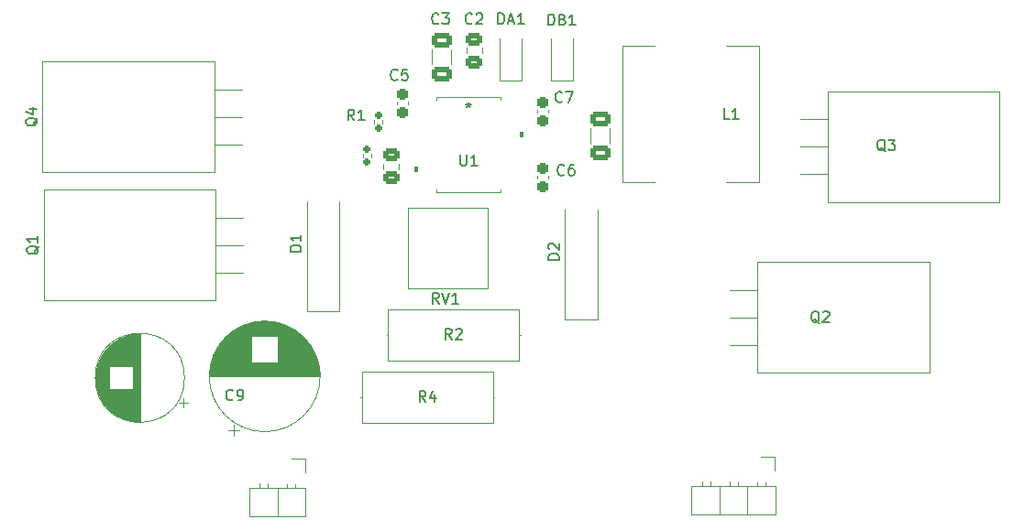
<source format=gto>
G04 #@! TF.GenerationSoftware,KiCad,Pcbnew,(6.0.1)*
G04 #@! TF.CreationDate,2022-04-24T16:28:33-07:00*
G04 #@! TF.ProjectId,StereoPS,53746572-656f-4505-932e-6b696361645f,rev?*
G04 #@! TF.SameCoordinates,Original*
G04 #@! TF.FileFunction,Legend,Top*
G04 #@! TF.FilePolarity,Positive*
%FSLAX46Y46*%
G04 Gerber Fmt 4.6, Leading zero omitted, Abs format (unit mm)*
G04 Created by KiCad (PCBNEW (6.0.1)) date 2022-04-24 16:28:33*
%MOMM*%
%LPD*%
G01*
G04 APERTURE LIST*
G04 Aperture macros list*
%AMRoundRect*
0 Rectangle with rounded corners*
0 $1 Rounding radius*
0 $2 $3 $4 $5 $6 $7 $8 $9 X,Y pos of 4 corners*
0 Add a 4 corners polygon primitive as box body*
4,1,4,$2,$3,$4,$5,$6,$7,$8,$9,$2,$3,0*
0 Add four circle primitives for the rounded corners*
1,1,$1+$1,$2,$3*
1,1,$1+$1,$4,$5*
1,1,$1+$1,$6,$7*
1,1,$1+$1,$8,$9*
0 Add four rect primitives between the rounded corners*
20,1,$1+$1,$2,$3,$4,$5,0*
20,1,$1+$1,$4,$5,$6,$7,0*
20,1,$1+$1,$6,$7,$8,$9,0*
20,1,$1+$1,$8,$9,$2,$3,0*%
G04 Aperture macros list end*
%ADD10C,0.150000*%
%ADD11C,0.120000*%
%ADD12C,0.100000*%
%ADD13RoundRect,0.250000X-0.650000X0.412500X-0.650000X-0.412500X0.650000X-0.412500X0.650000X0.412500X0*%
%ADD14R,1.200000X0.900000*%
%ADD15R,1.600000X1.600000*%
%ADD16C,1.600000*%
%ADD17RoundRect,0.160000X-0.160000X0.197500X-0.160000X-0.197500X0.160000X-0.197500X0.160000X0.197500X0*%
%ADD18R,2.700000X4.500000*%
%ADD19C,2.500000*%
%ADD20C,2.400000*%
%ADD21O,2.400000X2.400000*%
%ADD22R,1.639799X0.431000*%
%ADD23O,3.500000X3.500000*%
%ADD24R,2.000000X1.905000*%
%ADD25O,2.000000X1.905000*%
%ADD26R,1.700000X1.700000*%
%ADD27O,1.700000X1.700000*%
%ADD28RoundRect,0.237500X0.237500X-0.300000X0.237500X0.300000X-0.237500X0.300000X-0.237500X-0.300000X0*%
%ADD29C,1.498600*%
%ADD30R,2.000000X2.000000*%
%ADD31C,2.000000*%
%ADD32RoundRect,0.250000X-0.475000X0.337500X-0.475000X-0.337500X0.475000X-0.337500X0.475000X0.337500X0*%
%ADD33R,5.400000X2.900000*%
%ADD34RoundRect,0.237500X-0.237500X0.300000X-0.237500X-0.300000X0.237500X-0.300000X0.237500X0.300000X0*%
G04 APERTURE END LIST*
D10*
X144333333Y-79457142D02*
X144285714Y-79504761D01*
X144142857Y-79552380D01*
X144047619Y-79552380D01*
X143904761Y-79504761D01*
X143809523Y-79409523D01*
X143761904Y-79314285D01*
X143714285Y-79123809D01*
X143714285Y-78980952D01*
X143761904Y-78790476D01*
X143809523Y-78695238D01*
X143904761Y-78600000D01*
X144047619Y-78552380D01*
X144142857Y-78552380D01*
X144285714Y-78600000D01*
X144333333Y-78647619D01*
X144666666Y-78552380D02*
X145285714Y-78552380D01*
X144952380Y-78933333D01*
X145095238Y-78933333D01*
X145190476Y-78980952D01*
X145238095Y-79028571D01*
X145285714Y-79123809D01*
X145285714Y-79361904D01*
X145238095Y-79457142D01*
X145190476Y-79504761D01*
X145095238Y-79552380D01*
X144809523Y-79552380D01*
X144714285Y-79504761D01*
X144666666Y-79457142D01*
X149833333Y-79552380D02*
X149833333Y-78552380D01*
X150071428Y-78552380D01*
X150214285Y-78600000D01*
X150309523Y-78695238D01*
X150357142Y-78790476D01*
X150404761Y-78980952D01*
X150404761Y-79123809D01*
X150357142Y-79314285D01*
X150309523Y-79409523D01*
X150214285Y-79504761D01*
X150071428Y-79552380D01*
X149833333Y-79552380D01*
X150785714Y-79266666D02*
X151261904Y-79266666D01*
X150690476Y-79552380D02*
X151023809Y-78552380D01*
X151357142Y-79552380D01*
X152214285Y-79552380D02*
X151642857Y-79552380D01*
X151928571Y-79552380D02*
X151928571Y-78552380D01*
X151833333Y-78695238D01*
X151738095Y-78790476D01*
X151642857Y-78838095D01*
X131632380Y-100578095D02*
X130632380Y-100578095D01*
X130632380Y-100340000D01*
X130680000Y-100197142D01*
X130775238Y-100101904D01*
X130870476Y-100054285D01*
X131060952Y-100006666D01*
X131203809Y-100006666D01*
X131394285Y-100054285D01*
X131489523Y-100101904D01*
X131584761Y-100197142D01*
X131632380Y-100340000D01*
X131632380Y-100578095D01*
X131632380Y-99054285D02*
X131632380Y-99625714D01*
X131632380Y-99340000D02*
X130632380Y-99340000D01*
X130775238Y-99435238D01*
X130870476Y-99530476D01*
X130918095Y-99625714D01*
X145533333Y-108732380D02*
X145200000Y-108256190D01*
X144961904Y-108732380D02*
X144961904Y-107732380D01*
X145342857Y-107732380D01*
X145438095Y-107780000D01*
X145485714Y-107827619D01*
X145533333Y-107922857D01*
X145533333Y-108065714D01*
X145485714Y-108160952D01*
X145438095Y-108208571D01*
X145342857Y-108256190D01*
X144961904Y-108256190D01*
X145914285Y-107827619D02*
X145961904Y-107780000D01*
X146057142Y-107732380D01*
X146295238Y-107732380D01*
X146390476Y-107780000D01*
X146438095Y-107827619D01*
X146485714Y-107922857D01*
X146485714Y-108018095D01*
X146438095Y-108160952D01*
X145866666Y-108732380D01*
X146485714Y-108732380D01*
X146330845Y-91644880D02*
X146330845Y-92454404D01*
X146378464Y-92549642D01*
X146426083Y-92597261D01*
X146521321Y-92644880D01*
X146711797Y-92644880D01*
X146807035Y-92597261D01*
X146854654Y-92549642D01*
X146902273Y-92454404D01*
X146902273Y-91644880D01*
X147902273Y-92644880D02*
X147330845Y-92644880D01*
X147616559Y-92644880D02*
X147616559Y-91644880D01*
X147521321Y-91787738D01*
X147426083Y-91882976D01*
X147330845Y-91930595D01*
X147092750Y-86844880D02*
X147092750Y-87082976D01*
X146854654Y-86987738D02*
X147092750Y-87082976D01*
X147330845Y-86987738D01*
X146949892Y-87273452D02*
X147092750Y-87082976D01*
X147235607Y-87273452D01*
X179504761Y-107227619D02*
X179409523Y-107180000D01*
X179314285Y-107084761D01*
X179171428Y-106941904D01*
X179076190Y-106894285D01*
X178980952Y-106894285D01*
X179028571Y-107132380D02*
X178933333Y-107084761D01*
X178838095Y-106989523D01*
X178790476Y-106799047D01*
X178790476Y-106465714D01*
X178838095Y-106275238D01*
X178933333Y-106180000D01*
X179028571Y-106132380D01*
X179219047Y-106132380D01*
X179314285Y-106180000D01*
X179409523Y-106275238D01*
X179457142Y-106465714D01*
X179457142Y-106799047D01*
X179409523Y-106989523D01*
X179314285Y-107084761D01*
X179219047Y-107132380D01*
X179028571Y-107132380D01*
X179838095Y-106227619D02*
X179885714Y-106180000D01*
X179980952Y-106132380D01*
X180219047Y-106132380D01*
X180314285Y-106180000D01*
X180361904Y-106227619D01*
X180409523Y-106322857D01*
X180409523Y-106418095D01*
X180361904Y-106560952D01*
X179790476Y-107132380D01*
X180409523Y-107132380D01*
X143133333Y-114490380D02*
X142800000Y-114014190D01*
X142561904Y-114490380D02*
X142561904Y-113490380D01*
X142942857Y-113490380D01*
X143038095Y-113538000D01*
X143085714Y-113585619D01*
X143133333Y-113680857D01*
X143133333Y-113823714D01*
X143085714Y-113918952D01*
X143038095Y-113966571D01*
X142942857Y-114014190D01*
X142561904Y-114014190D01*
X143990476Y-113823714D02*
X143990476Y-114490380D01*
X143752380Y-113442761D02*
X143514285Y-114157047D01*
X144133333Y-114157047D01*
X107417619Y-100075238D02*
X107370000Y-100170476D01*
X107274761Y-100265714D01*
X107131904Y-100408571D01*
X107084285Y-100503809D01*
X107084285Y-100599047D01*
X107322380Y-100551428D02*
X107274761Y-100646666D01*
X107179523Y-100741904D01*
X106989047Y-100789523D01*
X106655714Y-100789523D01*
X106465238Y-100741904D01*
X106370000Y-100646666D01*
X106322380Y-100551428D01*
X106322380Y-100360952D01*
X106370000Y-100265714D01*
X106465238Y-100170476D01*
X106655714Y-100122857D01*
X106989047Y-100122857D01*
X107179523Y-100170476D01*
X107274761Y-100265714D01*
X107322380Y-100360952D01*
X107322380Y-100551428D01*
X107322380Y-99170476D02*
X107322380Y-99741904D01*
X107322380Y-99456190D02*
X106322380Y-99456190D01*
X106465238Y-99551428D01*
X106560476Y-99646666D01*
X106608095Y-99741904D01*
X185594761Y-91337619D02*
X185499523Y-91290000D01*
X185404285Y-91194761D01*
X185261428Y-91051904D01*
X185166190Y-91004285D01*
X185070952Y-91004285D01*
X185118571Y-91242380D02*
X185023333Y-91194761D01*
X184928095Y-91099523D01*
X184880476Y-90909047D01*
X184880476Y-90575714D01*
X184928095Y-90385238D01*
X185023333Y-90290000D01*
X185118571Y-90242380D01*
X185309047Y-90242380D01*
X185404285Y-90290000D01*
X185499523Y-90385238D01*
X185547142Y-90575714D01*
X185547142Y-90909047D01*
X185499523Y-91099523D01*
X185404285Y-91194761D01*
X185309047Y-91242380D01*
X185118571Y-91242380D01*
X185880476Y-90242380D02*
X186499523Y-90242380D01*
X186166190Y-90623333D01*
X186309047Y-90623333D01*
X186404285Y-90670952D01*
X186451904Y-90718571D01*
X186499523Y-90813809D01*
X186499523Y-91051904D01*
X186451904Y-91147142D01*
X186404285Y-91194761D01*
X186309047Y-91242380D01*
X186023333Y-91242380D01*
X185928095Y-91194761D01*
X185880476Y-91147142D01*
X140533333Y-84657142D02*
X140485714Y-84704761D01*
X140342857Y-84752380D01*
X140247619Y-84752380D01*
X140104761Y-84704761D01*
X140009523Y-84609523D01*
X139961904Y-84514285D01*
X139914285Y-84323809D01*
X139914285Y-84180952D01*
X139961904Y-83990476D01*
X140009523Y-83895238D01*
X140104761Y-83800000D01*
X140247619Y-83752380D01*
X140342857Y-83752380D01*
X140485714Y-83800000D01*
X140533333Y-83847619D01*
X141438095Y-83752380D02*
X140961904Y-83752380D01*
X140914285Y-84228571D01*
X140961904Y-84180952D01*
X141057142Y-84133333D01*
X141295238Y-84133333D01*
X141390476Y-84180952D01*
X141438095Y-84228571D01*
X141485714Y-84323809D01*
X141485714Y-84561904D01*
X141438095Y-84657142D01*
X141390476Y-84704761D01*
X141295238Y-84752380D01*
X141057142Y-84752380D01*
X140961904Y-84704761D01*
X140914285Y-84657142D01*
X144360261Y-105397880D02*
X144026928Y-104921690D01*
X143788833Y-105397880D02*
X143788833Y-104397880D01*
X144169785Y-104397880D01*
X144265023Y-104445500D01*
X144312642Y-104493119D01*
X144360261Y-104588357D01*
X144360261Y-104731214D01*
X144312642Y-104826452D01*
X144265023Y-104874071D01*
X144169785Y-104921690D01*
X143788833Y-104921690D01*
X144645976Y-104397880D02*
X144979309Y-105397880D01*
X145312642Y-104397880D01*
X146169785Y-105397880D02*
X145598357Y-105397880D01*
X145884071Y-105397880D02*
X145884071Y-104397880D01*
X145788833Y-104540738D01*
X145693595Y-104635976D01*
X145598357Y-104683595D01*
X125333333Y-114257142D02*
X125285714Y-114304761D01*
X125142857Y-114352380D01*
X125047619Y-114352380D01*
X124904761Y-114304761D01*
X124809523Y-114209523D01*
X124761904Y-114114285D01*
X124714285Y-113923809D01*
X124714285Y-113780952D01*
X124761904Y-113590476D01*
X124809523Y-113495238D01*
X124904761Y-113400000D01*
X125047619Y-113352380D01*
X125142857Y-113352380D01*
X125285714Y-113400000D01*
X125333333Y-113447619D01*
X125809523Y-114352380D02*
X126000000Y-114352380D01*
X126095238Y-114304761D01*
X126142857Y-114257142D01*
X126238095Y-114114285D01*
X126285714Y-113923809D01*
X126285714Y-113542857D01*
X126238095Y-113447619D01*
X126190476Y-113400000D01*
X126095238Y-113352380D01*
X125904761Y-113352380D01*
X125809523Y-113400000D01*
X125761904Y-113447619D01*
X125714285Y-113542857D01*
X125714285Y-113780952D01*
X125761904Y-113876190D01*
X125809523Y-113923809D01*
X125904761Y-113971428D01*
X126095238Y-113971428D01*
X126190476Y-113923809D01*
X126238095Y-113876190D01*
X126285714Y-113780952D01*
X171183333Y-88352380D02*
X170707142Y-88352380D01*
X170707142Y-87352380D01*
X172040476Y-88352380D02*
X171469047Y-88352380D01*
X171754761Y-88352380D02*
X171754761Y-87352380D01*
X171659523Y-87495238D01*
X171564285Y-87590476D01*
X171469047Y-87638095D01*
X155723333Y-86697142D02*
X155675714Y-86744761D01*
X155532857Y-86792380D01*
X155437619Y-86792380D01*
X155294761Y-86744761D01*
X155199523Y-86649523D01*
X155151904Y-86554285D01*
X155104285Y-86363809D01*
X155104285Y-86220952D01*
X155151904Y-86030476D01*
X155199523Y-85935238D01*
X155294761Y-85840000D01*
X155437619Y-85792380D01*
X155532857Y-85792380D01*
X155675714Y-85840000D01*
X155723333Y-85887619D01*
X156056666Y-85792380D02*
X156723333Y-85792380D01*
X156294761Y-86792380D01*
X136533333Y-88452380D02*
X136200000Y-87976190D01*
X135961904Y-88452380D02*
X135961904Y-87452380D01*
X136342857Y-87452380D01*
X136438095Y-87500000D01*
X136485714Y-87547619D01*
X136533333Y-87642857D01*
X136533333Y-87785714D01*
X136485714Y-87880952D01*
X136438095Y-87928571D01*
X136342857Y-87976190D01*
X135961904Y-87976190D01*
X137485714Y-88452380D02*
X136914285Y-88452380D01*
X137200000Y-88452380D02*
X137200000Y-87452380D01*
X137104761Y-87595238D01*
X137009523Y-87690476D01*
X136914285Y-87738095D01*
X155452380Y-101338095D02*
X154452380Y-101338095D01*
X154452380Y-101100000D01*
X154500000Y-100957142D01*
X154595238Y-100861904D01*
X154690476Y-100814285D01*
X154880952Y-100766666D01*
X155023809Y-100766666D01*
X155214285Y-100814285D01*
X155309523Y-100861904D01*
X155404761Y-100957142D01*
X155452380Y-101100000D01*
X155452380Y-101338095D01*
X154547619Y-100385714D02*
X154500000Y-100338095D01*
X154452380Y-100242857D01*
X154452380Y-100004761D01*
X154500000Y-99909523D01*
X154547619Y-99861904D01*
X154642857Y-99814285D01*
X154738095Y-99814285D01*
X154880952Y-99861904D01*
X155452380Y-100433333D01*
X155452380Y-99814285D01*
X147433333Y-79457142D02*
X147385714Y-79504761D01*
X147242857Y-79552380D01*
X147147619Y-79552380D01*
X147004761Y-79504761D01*
X146909523Y-79409523D01*
X146861904Y-79314285D01*
X146814285Y-79123809D01*
X146814285Y-78980952D01*
X146861904Y-78790476D01*
X146909523Y-78695238D01*
X147004761Y-78600000D01*
X147147619Y-78552380D01*
X147242857Y-78552380D01*
X147385714Y-78600000D01*
X147433333Y-78647619D01*
X147814285Y-78647619D02*
X147861904Y-78600000D01*
X147957142Y-78552380D01*
X148195238Y-78552380D01*
X148290476Y-78600000D01*
X148338095Y-78647619D01*
X148385714Y-78742857D01*
X148385714Y-78838095D01*
X148338095Y-78980952D01*
X147766666Y-79552380D01*
X148385714Y-79552380D01*
X155933333Y-93457142D02*
X155885714Y-93504761D01*
X155742857Y-93552380D01*
X155647619Y-93552380D01*
X155504761Y-93504761D01*
X155409523Y-93409523D01*
X155361904Y-93314285D01*
X155314285Y-93123809D01*
X155314285Y-92980952D01*
X155361904Y-92790476D01*
X155409523Y-92695238D01*
X155504761Y-92600000D01*
X155647619Y-92552380D01*
X155742857Y-92552380D01*
X155885714Y-92600000D01*
X155933333Y-92647619D01*
X156790476Y-92552380D02*
X156600000Y-92552380D01*
X156504761Y-92600000D01*
X156457142Y-92647619D01*
X156361904Y-92790476D01*
X156314285Y-92980952D01*
X156314285Y-93361904D01*
X156361904Y-93457142D01*
X156409523Y-93504761D01*
X156504761Y-93552380D01*
X156695238Y-93552380D01*
X156790476Y-93504761D01*
X156838095Y-93457142D01*
X156885714Y-93361904D01*
X156885714Y-93123809D01*
X156838095Y-93028571D01*
X156790476Y-92980952D01*
X156695238Y-92933333D01*
X156504761Y-92933333D01*
X156409523Y-92980952D01*
X156361904Y-93028571D01*
X156314285Y-93123809D01*
X107297619Y-88225238D02*
X107250000Y-88320476D01*
X107154761Y-88415714D01*
X107011904Y-88558571D01*
X106964285Y-88653809D01*
X106964285Y-88749047D01*
X107202380Y-88701428D02*
X107154761Y-88796666D01*
X107059523Y-88891904D01*
X106869047Y-88939523D01*
X106535714Y-88939523D01*
X106345238Y-88891904D01*
X106250000Y-88796666D01*
X106202380Y-88701428D01*
X106202380Y-88510952D01*
X106250000Y-88415714D01*
X106345238Y-88320476D01*
X106535714Y-88272857D01*
X106869047Y-88272857D01*
X107059523Y-88320476D01*
X107154761Y-88415714D01*
X107202380Y-88510952D01*
X107202380Y-88701428D01*
X106535714Y-87415714D02*
X107202380Y-87415714D01*
X106154761Y-87653809D02*
X106869047Y-87891904D01*
X106869047Y-87272857D01*
X154461904Y-79652380D02*
X154461904Y-78652380D01*
X154700000Y-78652380D01*
X154842857Y-78700000D01*
X154938095Y-78795238D01*
X154985714Y-78890476D01*
X155033333Y-79080952D01*
X155033333Y-79223809D01*
X154985714Y-79414285D01*
X154938095Y-79509523D01*
X154842857Y-79604761D01*
X154700000Y-79652380D01*
X154461904Y-79652380D01*
X155795238Y-79128571D02*
X155938095Y-79176190D01*
X155985714Y-79223809D01*
X156033333Y-79319047D01*
X156033333Y-79461904D01*
X155985714Y-79557142D01*
X155938095Y-79604761D01*
X155842857Y-79652380D01*
X155461904Y-79652380D01*
X155461904Y-78652380D01*
X155795238Y-78652380D01*
X155890476Y-78700000D01*
X155938095Y-78747619D01*
X155985714Y-78842857D01*
X155985714Y-78938095D01*
X155938095Y-79033333D01*
X155890476Y-79080952D01*
X155795238Y-79128571D01*
X155461904Y-79128571D01*
X156985714Y-79652380D02*
X156414285Y-79652380D01*
X156700000Y-79652380D02*
X156700000Y-78652380D01*
X156604761Y-78795238D01*
X156509523Y-78890476D01*
X156414285Y-78938095D01*
D11*
X143690000Y-81868748D02*
X143690000Y-83291252D01*
X145510000Y-81868748D02*
X145510000Y-83291252D01*
X150010000Y-84800000D02*
X150010000Y-80900000D01*
X150010000Y-84800000D02*
X152010000Y-84800000D01*
X152010000Y-84800000D02*
X152010000Y-80900000D01*
X115221651Y-111228000D02*
X115221651Y-108478000D01*
X114461651Y-115660000D02*
X114461651Y-113308000D01*
X116382651Y-116333000D02*
X116382651Y-108203000D01*
X115381651Y-116118000D02*
X115381651Y-113308000D01*
X113981651Y-115287000D02*
X113981651Y-113308000D01*
X116262651Y-116320000D02*
X116262651Y-108216000D01*
X115621651Y-111228000D02*
X115621651Y-108343000D01*
X114261651Y-111228000D02*
X114261651Y-109018000D01*
X114101651Y-111228000D02*
X114101651Y-109144000D01*
X116702651Y-116348000D02*
X116702651Y-108188000D01*
X114301651Y-115548000D02*
X114301651Y-113308000D01*
X113141651Y-114232000D02*
X113141651Y-110304000D01*
X114381651Y-111228000D02*
X114381651Y-108930000D01*
X112701651Y-113036000D02*
X112701651Y-111500000D01*
X114981651Y-115954000D02*
X114981651Y-113308000D01*
X114821651Y-111228000D02*
X114821651Y-108662000D01*
X114781651Y-111228000D02*
X114781651Y-108684000D01*
X115421651Y-111228000D02*
X115421651Y-108405000D01*
X114141651Y-115424000D02*
X114141651Y-113308000D01*
X112941651Y-113820000D02*
X112941651Y-110716000D01*
X113261651Y-114434000D02*
X113261651Y-110102000D01*
X116302651Y-116325000D02*
X116302651Y-108211000D01*
X115981651Y-116278000D02*
X115981651Y-113308000D01*
X115581651Y-116182000D02*
X115581651Y-113308000D01*
X116502651Y-116342000D02*
X116502651Y-108194000D01*
X114701651Y-115808000D02*
X114701651Y-113308000D01*
X116462651Y-116339000D02*
X116462651Y-108197000D01*
X116062651Y-116292000D02*
X116062651Y-108244000D01*
X112661651Y-112801000D02*
X112661651Y-111735000D01*
X114421651Y-111228000D02*
X114421651Y-108903000D01*
X115661651Y-111228000D02*
X115661651Y-108332000D01*
X113021651Y-113999000D02*
X113021651Y-110537000D01*
X115461651Y-111228000D02*
X115461651Y-108391000D01*
X114741651Y-111228000D02*
X114741651Y-108706000D01*
X114501651Y-115686000D02*
X114501651Y-113308000D01*
X115901651Y-111228000D02*
X115901651Y-108274000D01*
X115421651Y-116131000D02*
X115421651Y-113308000D01*
X114101651Y-115392000D02*
X114101651Y-113308000D01*
X114701651Y-111228000D02*
X114701651Y-108728000D01*
X115861651Y-116253000D02*
X115861651Y-113308000D01*
X114341651Y-111228000D02*
X114341651Y-108959000D01*
X116142651Y-116305000D02*
X116142651Y-108231000D01*
X114821651Y-115874000D02*
X114821651Y-113308000D01*
X115341651Y-116103000D02*
X115341651Y-113308000D01*
X113581651Y-114872000D02*
X113581651Y-109664000D01*
X114861651Y-115895000D02*
X114861651Y-113308000D01*
X115941651Y-111228000D02*
X115941651Y-108266000D01*
X115821651Y-111228000D02*
X115821651Y-108292000D01*
X114901651Y-115915000D02*
X114901651Y-113308000D01*
X114941651Y-115934000D02*
X114941651Y-113308000D01*
X115741651Y-116225000D02*
X115741651Y-113308000D01*
X115701651Y-111228000D02*
X115701651Y-108321000D01*
X113701651Y-115009000D02*
X113701651Y-109527000D01*
X114661651Y-111228000D02*
X114661651Y-108751000D01*
X115581651Y-111228000D02*
X115581651Y-108354000D01*
X115381651Y-111228000D02*
X115381651Y-108418000D01*
X116222651Y-116316000D02*
X116222651Y-108220000D01*
X113101651Y-114158000D02*
X113101651Y-110378000D01*
X115021651Y-111228000D02*
X115021651Y-108564000D01*
X121152349Y-114583000D02*
X120352349Y-114583000D01*
X115341651Y-111228000D02*
X115341651Y-108433000D01*
X114621651Y-115761000D02*
X114621651Y-113308000D01*
X115821651Y-116244000D02*
X115821651Y-113308000D01*
X116342651Y-116329000D02*
X116342651Y-108207000D01*
X112981651Y-113913000D02*
X112981651Y-110623000D01*
X114421651Y-115633000D02*
X114421651Y-113308000D01*
X113301651Y-114496000D02*
X113301651Y-110040000D01*
X113621651Y-114919000D02*
X113621651Y-109617000D01*
X114461651Y-111228000D02*
X114461651Y-108876000D01*
X115301651Y-111228000D02*
X115301651Y-108447000D01*
X114061651Y-111228000D02*
X114061651Y-109178000D01*
X113901651Y-115213000D02*
X113901651Y-109323000D01*
X113181651Y-114302000D02*
X113181651Y-110234000D01*
X114581651Y-115737000D02*
X114581651Y-113308000D01*
X115501651Y-116157000D02*
X115501651Y-113308000D01*
X113661651Y-114965000D02*
X113661651Y-109571000D01*
X115181651Y-116042000D02*
X115181651Y-113308000D01*
X114781651Y-115852000D02*
X114781651Y-113308000D01*
X114661651Y-115785000D02*
X114661651Y-113308000D01*
X113821651Y-115135000D02*
X113821651Y-109401000D01*
X115861651Y-111228000D02*
X115861651Y-108283000D01*
X115021651Y-115972000D02*
X115021651Y-113308000D01*
X115261651Y-111228000D02*
X115261651Y-108463000D01*
X114981651Y-111228000D02*
X114981651Y-108582000D01*
X112781651Y-113366000D02*
X112781651Y-111170000D01*
X115661651Y-116204000D02*
X115661651Y-113308000D01*
X113941651Y-115251000D02*
X113941651Y-109285000D01*
X115101651Y-111228000D02*
X115101651Y-108528000D01*
X114061651Y-115358000D02*
X114061651Y-113308000D01*
X114581651Y-111228000D02*
X114581651Y-108799000D01*
X115621651Y-116193000D02*
X115621651Y-113308000D01*
X114141651Y-111228000D02*
X114141651Y-109112000D01*
X113781651Y-115094000D02*
X113781651Y-109442000D01*
X114501651Y-111228000D02*
X114501651Y-108850000D01*
X115181651Y-111228000D02*
X115181651Y-108494000D01*
X115741651Y-111228000D02*
X115741651Y-108311000D01*
X115141651Y-111228000D02*
X115141651Y-108511000D01*
X113061651Y-114081000D02*
X113061651Y-110455000D01*
X113541651Y-114824000D02*
X113541651Y-109712000D01*
X113461651Y-114722000D02*
X113461651Y-109814000D01*
X115061651Y-115990000D02*
X115061651Y-113308000D01*
X113501651Y-114773000D02*
X113501651Y-109763000D01*
X120752349Y-114983000D02*
X120752349Y-114183000D01*
X113861651Y-115175000D02*
X113861651Y-109361000D01*
X114541651Y-115712000D02*
X114541651Y-113308000D01*
X114301651Y-111228000D02*
X114301651Y-108988000D01*
X114021651Y-111228000D02*
X114021651Y-109213000D01*
X115781651Y-111228000D02*
X115781651Y-108301000D01*
X114541651Y-111228000D02*
X114541651Y-108824000D01*
X116622651Y-116347000D02*
X116622651Y-108189000D01*
X115781651Y-116235000D02*
X115781651Y-113308000D01*
X115461651Y-116145000D02*
X115461651Y-113308000D01*
X116742651Y-116348000D02*
X116742651Y-108188000D01*
X113381651Y-114613000D02*
X113381651Y-109923000D01*
X116182651Y-116310000D02*
X116182651Y-108226000D01*
X115221651Y-116058000D02*
X115221651Y-113308000D01*
X114381651Y-115606000D02*
X114381651Y-113308000D01*
X115941651Y-116270000D02*
X115941651Y-113308000D01*
X113741651Y-115052000D02*
X113741651Y-109484000D01*
X114181651Y-111228000D02*
X114181651Y-109079000D01*
X114181651Y-115457000D02*
X114181651Y-113308000D01*
X113981651Y-111228000D02*
X113981651Y-109249000D01*
X114621651Y-111228000D02*
X114621651Y-108775000D01*
X114901651Y-111228000D02*
X114901651Y-108621000D01*
X113421651Y-114668000D02*
X113421651Y-109868000D01*
X112821651Y-113497000D02*
X112821651Y-111039000D01*
X115981651Y-111228000D02*
X115981651Y-108258000D01*
X114221651Y-111228000D02*
X114221651Y-109048000D01*
X115141651Y-116025000D02*
X115141651Y-113308000D01*
X116021651Y-111228000D02*
X116021651Y-108251000D01*
X112901651Y-113721000D02*
X112901651Y-110815000D01*
X115541651Y-111228000D02*
X115541651Y-108366000D01*
X115701651Y-116215000D02*
X115701651Y-113308000D01*
X115261651Y-116073000D02*
X115261651Y-113308000D01*
X114021651Y-115323000D02*
X114021651Y-113308000D01*
X114861651Y-111228000D02*
X114861651Y-108641000D01*
X114341651Y-115577000D02*
X114341651Y-113308000D01*
X115901651Y-116262000D02*
X115901651Y-113308000D01*
X115061651Y-111228000D02*
X115061651Y-108546000D01*
X116542651Y-116344000D02*
X116542651Y-108192000D01*
X116021651Y-116285000D02*
X116021651Y-113308000D01*
X114221651Y-115488000D02*
X114221651Y-113308000D01*
X114261651Y-115518000D02*
X114261651Y-113308000D01*
X114741651Y-115830000D02*
X114741651Y-113308000D01*
X116422651Y-116336000D02*
X116422651Y-108200000D01*
X112741651Y-113216000D02*
X112741651Y-111320000D01*
X113221651Y-114370000D02*
X113221651Y-110166000D01*
X114941651Y-111228000D02*
X114941651Y-108602000D01*
X116102651Y-116298000D02*
X116102651Y-108238000D01*
X116582651Y-116345000D02*
X116582651Y-108191000D01*
X115101651Y-116008000D02*
X115101651Y-113308000D01*
X113341651Y-114555000D02*
X113341651Y-109981000D01*
X112861651Y-113614000D02*
X112861651Y-110922000D01*
X116662651Y-116348000D02*
X116662651Y-108188000D01*
X115301651Y-116089000D02*
X115301651Y-113308000D01*
X115541651Y-116170000D02*
X115541651Y-113308000D01*
X115501651Y-111228000D02*
X115501651Y-108379000D01*
X120862651Y-112268000D02*
G75*
G03*
X120862651Y-112268000I-4120000J0D01*
G01*
X138080000Y-91534879D02*
X138080000Y-91870121D01*
X137320000Y-91534879D02*
X137320000Y-91870121D01*
X135180000Y-106140000D02*
X135180000Y-95940000D01*
X132180000Y-95940000D02*
X132180000Y-106140000D01*
X132180000Y-106140000D02*
X135180000Y-106140000D01*
X151770000Y-105930000D02*
X139630000Y-105930000D01*
X139630000Y-110670000D02*
X151770000Y-110670000D01*
X139520000Y-108300000D02*
X139630000Y-108300000D01*
X139630000Y-105930000D02*
X139630000Y-110670000D01*
X151880000Y-108300000D02*
X151770000Y-108300000D01*
X151770000Y-110670000D02*
X151770000Y-105930000D01*
X150026450Y-95074000D02*
X150026450Y-94817060D01*
X144159050Y-86311000D02*
X144159050Y-86567940D01*
X144159050Y-95074000D02*
X150026450Y-95074000D01*
X150026450Y-86567940D02*
X150026450Y-86311000D01*
X150026450Y-86311000D02*
X144159050Y-86311000D01*
X144159050Y-94817060D02*
X144159050Y-95074000D01*
D12*
X142132651Y-92777840D02*
X142132651Y-93158840D01*
X142132651Y-93158840D02*
X142386651Y-93158840D01*
X142386651Y-93158840D02*
X142386651Y-92777840D01*
X142386651Y-92777840D02*
X142132651Y-92777840D01*
G36*
X142386651Y-93158840D02*
G01*
X142132651Y-93158840D01*
X142132651Y-92777840D01*
X142386651Y-92777840D01*
X142386651Y-93158840D01*
G37*
X142386651Y-93158840D02*
X142132651Y-93158840D01*
X142132651Y-92777840D01*
X142386651Y-92777840D01*
X142386651Y-93158840D01*
X152052849Y-89526640D02*
X152052849Y-89907640D01*
X152052849Y-89907640D02*
X151798849Y-89907640D01*
X151798849Y-89907640D02*
X151798849Y-89526640D01*
X151798849Y-89526640D02*
X152052849Y-89526640D01*
G36*
X152052849Y-89907640D02*
G01*
X151798849Y-89907640D01*
X151798849Y-89526640D01*
X152052849Y-89526640D01*
X152052849Y-89907640D01*
G37*
X152052849Y-89907640D02*
X151798849Y-89907640D01*
X151798849Y-89526640D01*
X152052849Y-89526640D01*
X152052849Y-89907640D01*
D11*
X173784000Y-106680000D02*
X171244000Y-106680000D01*
X173784000Y-109220000D02*
X171244000Y-109220000D01*
X173784000Y-104140000D02*
X171244000Y-104140000D01*
X189674000Y-111800000D02*
X173784000Y-111800000D01*
X189674000Y-101560000D02*
X173784000Y-101560000D01*
X173784000Y-101560000D02*
X173784000Y-111800000D01*
X189674000Y-101560000D02*
X189674000Y-111800000D01*
X137230000Y-111730000D02*
X137230000Y-116470000D01*
X149370000Y-116470000D02*
X149370000Y-111730000D01*
X137120000Y-114100000D02*
X137230000Y-114100000D01*
X149480000Y-114100000D02*
X149370000Y-114100000D01*
X149370000Y-111730000D02*
X137230000Y-111730000D01*
X137230000Y-116470000D02*
X149370000Y-116470000D01*
X123760000Y-97440000D02*
X126300000Y-97440000D01*
X107870000Y-94860000D02*
X123760000Y-94860000D01*
X123760000Y-105100000D02*
X123760000Y-94860000D01*
X107870000Y-105100000D02*
X123760000Y-105100000D01*
X123760000Y-99980000D02*
X126300000Y-99980000D01*
X123760000Y-102520000D02*
X126300000Y-102520000D01*
X107870000Y-105100000D02*
X107870000Y-94860000D01*
X180250000Y-88350000D02*
X177710000Y-88350000D01*
X180250000Y-85770000D02*
X180250000Y-96010000D01*
X196140000Y-85770000D02*
X196140000Y-96010000D01*
X196140000Y-85770000D02*
X180250000Y-85770000D01*
X180250000Y-93430000D02*
X177710000Y-93430000D01*
X196140000Y-96010000D02*
X180250000Y-96010000D01*
X180250000Y-90890000D02*
X177710000Y-90890000D01*
X174490000Y-121935000D02*
X174490000Y-122265000D01*
X174110000Y-119555000D02*
X175380000Y-119555000D01*
X175380000Y-119555000D02*
X175380000Y-120825000D01*
X169410000Y-121867929D02*
X169410000Y-122265000D01*
X167700000Y-124925000D02*
X175440000Y-124925000D01*
X171190000Y-121867929D02*
X171190000Y-122265000D01*
X168650000Y-121867929D02*
X168650000Y-122265000D01*
X171950000Y-121867929D02*
X171950000Y-122265000D01*
X175440000Y-124925000D02*
X175440000Y-122265000D01*
X175440000Y-122265000D02*
X167700000Y-122265000D01*
X172840000Y-122265000D02*
X172840000Y-124925000D01*
X167700000Y-122265000D02*
X167700000Y-124925000D01*
X173730000Y-121935000D02*
X173730000Y-122265000D01*
X170300000Y-122265000D02*
X170300000Y-124925000D01*
X140460000Y-87014267D02*
X140460000Y-86721733D01*
X141480000Y-87014267D02*
X141480000Y-86721733D01*
X141528500Y-96520140D02*
X148894500Y-96520140D01*
X148894500Y-103972500D02*
X148894500Y-96520140D01*
X141528500Y-103972500D02*
X148894500Y-103972500D01*
X141528500Y-103972500D02*
X141528500Y-96520140D01*
X124446000Y-108774677D02*
X127029000Y-108774677D01*
X124591000Y-108614677D02*
X127029000Y-108614677D01*
X123197000Y-111855677D02*
X133343000Y-111855677D01*
X124220000Y-109054677D02*
X127029000Y-109054677D01*
X123923000Y-109494677D02*
X127029000Y-109494677D01*
X127040000Y-107174677D02*
X129500000Y-107174677D01*
X123808000Y-109694677D02*
X127029000Y-109694677D01*
X124049000Y-109294677D02*
X127029000Y-109294677D01*
X123235000Y-111455677D02*
X133305000Y-111455677D01*
X123385000Y-110734677D02*
X127029000Y-110734677D01*
X123273000Y-111214677D02*
X133267000Y-111214677D01*
X125440000Y-107894677D02*
X131100000Y-107894677D01*
X129511000Y-108814677D02*
X132128000Y-108814677D01*
X125270000Y-108014677D02*
X131270000Y-108014677D01*
X123396000Y-110694677D02*
X127029000Y-110694677D01*
X123649000Y-110014677D02*
X127029000Y-110014677D01*
X127671000Y-107054677D02*
X128869000Y-107054677D01*
X126760000Y-107254677D02*
X129780000Y-107254677D01*
X125561000Y-107814677D02*
X130979000Y-107814677D01*
X125500000Y-107854677D02*
X131040000Y-107854677D01*
X129511000Y-110294677D02*
X133008000Y-110294677D01*
X123947000Y-109454677D02*
X127029000Y-109454677D01*
X129511000Y-109814677D02*
X132795000Y-109814677D01*
X125325000Y-107974677D02*
X131215000Y-107974677D01*
X124630000Y-108574677D02*
X127029000Y-108574677D01*
X129511000Y-109374677D02*
X132543000Y-109374677D01*
X129511000Y-109934677D02*
X132854000Y-109934677D01*
X126892000Y-107214677D02*
X129648000Y-107214677D01*
X123190000Y-112135677D02*
X133350000Y-112135677D01*
X129511000Y-109694677D02*
X132732000Y-109694677D01*
X129511000Y-110854677D02*
X133188000Y-110854677D01*
X124378000Y-108854677D02*
X127029000Y-108854677D01*
X124669000Y-108534677D02*
X127029000Y-108534677D01*
X123212000Y-111655677D02*
X133328000Y-111655677D01*
X125395000Y-117615323D02*
X125395000Y-116615323D01*
X129511000Y-108614677D02*
X131949000Y-108614677D01*
X123202000Y-111775677D02*
X133338000Y-111775677D01*
X129511000Y-109054677D02*
X132320000Y-109054677D01*
X123193000Y-111935677D02*
X133347000Y-111935677D01*
X123190000Y-112055677D02*
X133350000Y-112055677D01*
X125691000Y-107734677D02*
X130849000Y-107734677D01*
X125164000Y-108094677D02*
X131376000Y-108094677D01*
X123296000Y-111094677D02*
X133244000Y-111094677D01*
X124160000Y-109134677D02*
X127029000Y-109134677D01*
X123280000Y-111174677D02*
X133260000Y-111174677D01*
X126145000Y-107494677D02*
X130395000Y-107494677D01*
X129511000Y-110254677D02*
X132993000Y-110254677D01*
X124969000Y-108254677D02*
X131571000Y-108254677D01*
X124517000Y-108694677D02*
X127029000Y-108694677D01*
X129511000Y-109734677D02*
X132753000Y-109734677D01*
X129511000Y-109654677D02*
X132710000Y-109654677D01*
X129511000Y-109214677D02*
X132436000Y-109214677D01*
X129511000Y-109534677D02*
X132641000Y-109534677D01*
X129511000Y-108534677D02*
X131871000Y-108534677D01*
X124412000Y-108814677D02*
X127029000Y-108814677D01*
X123408000Y-110654677D02*
X127029000Y-110654677D01*
X123516000Y-110334677D02*
X127029000Y-110334677D01*
X123230000Y-111495677D02*
X133310000Y-111495677D01*
X124132000Y-109174677D02*
X127029000Y-109174677D01*
X123631000Y-110054677D02*
X127029000Y-110054677D01*
X124076000Y-109254677D02*
X127029000Y-109254677D01*
X129511000Y-109134677D02*
X132380000Y-109134677D01*
X123972000Y-109414677D02*
X127029000Y-109414677D01*
X124895000Y-117115323D02*
X125895000Y-117115323D01*
X124554000Y-108654677D02*
X127029000Y-108654677D01*
X123208000Y-111695677D02*
X133332000Y-111695677D01*
X129511000Y-110214677D02*
X132977000Y-110214677D01*
X123766000Y-109774677D02*
X127029000Y-109774677D01*
X129511000Y-109294677D02*
X132491000Y-109294677D01*
X123547000Y-110254677D02*
X127029000Y-110254677D01*
X123225000Y-111535677D02*
X133315000Y-111535677D01*
X129511000Y-108694677D02*
X132023000Y-108694677D01*
X129511000Y-110654677D02*
X133132000Y-110654677D01*
X129511000Y-108574677D02*
X131910000Y-108574677D01*
X129511000Y-110094677D02*
X132927000Y-110094677D01*
X129511000Y-110534677D02*
X133094000Y-110534677D01*
X123725000Y-109854677D02*
X127029000Y-109854677D01*
X124104000Y-109214677D02*
X127029000Y-109214677D01*
X129511000Y-108414677D02*
X131748000Y-108414677D01*
X129511000Y-108974677D02*
X132259000Y-108974677D01*
X123745000Y-109814677D02*
X127029000Y-109814677D01*
X129511000Y-109494677D02*
X132617000Y-109494677D01*
X127208000Y-107134677D02*
X129332000Y-107134677D01*
X125760000Y-107694677D02*
X130780000Y-107694677D01*
X124481000Y-108734677D02*
X127029000Y-108734677D01*
X123596000Y-110134677D02*
X127029000Y-110134677D01*
X124190000Y-109094677D02*
X127029000Y-109094677D01*
X129511000Y-110374677D02*
X133038000Y-110374677D01*
X129511000Y-110574677D02*
X133107000Y-110574677D01*
X123787000Y-109734677D02*
X127029000Y-109734677D01*
X123305000Y-111054677D02*
X133235000Y-111054677D01*
X125216000Y-108054677D02*
X131324000Y-108054677D01*
X129511000Y-109774677D02*
X132774000Y-109774677D01*
X129511000Y-109014677D02*
X132290000Y-109014677D01*
X129511000Y-108654677D02*
X131986000Y-108654677D01*
X126640000Y-107294677D02*
X129900000Y-107294677D01*
X123373000Y-110774677D02*
X127029000Y-110774677D01*
X129511000Y-110814677D02*
X133177000Y-110814677D01*
X123195000Y-111895677D02*
X133345000Y-111895677D01*
X123288000Y-111134677D02*
X133252000Y-111134677D01*
X123314000Y-111014677D02*
X133226000Y-111014677D01*
X123563000Y-110214677D02*
X127029000Y-110214677D01*
X126326000Y-107414677D02*
X130214000Y-107414677D01*
X123190000Y-112095677D02*
X133350000Y-112095677D01*
X129511000Y-109334677D02*
X132517000Y-109334677D01*
X125114000Y-108134677D02*
X131426000Y-108134677D01*
X124878000Y-108334677D02*
X131662000Y-108334677D01*
X123433000Y-110574677D02*
X127029000Y-110574677D01*
X129511000Y-109974677D02*
X132873000Y-109974677D01*
X129511000Y-110494677D02*
X133081000Y-110494677D01*
X123252000Y-111334677D02*
X133288000Y-111334677D01*
X125064000Y-108174677D02*
X131476000Y-108174677D01*
X123332000Y-110934677D02*
X133208000Y-110934677D01*
X123420000Y-110614677D02*
X127029000Y-110614677D01*
X123266000Y-111254677D02*
X133274000Y-111254677D01*
X123830000Y-109654677D02*
X127029000Y-109654677D01*
X123459000Y-110494677D02*
X127029000Y-110494677D01*
X123246000Y-111374677D02*
X133294000Y-111374677D01*
X129511000Y-110614677D02*
X133120000Y-110614677D01*
X123667000Y-109974677D02*
X127029000Y-109974677D01*
X129511000Y-110734677D02*
X133155000Y-110734677D01*
X123473000Y-110454677D02*
X127029000Y-110454677D01*
X129511000Y-110014677D02*
X132891000Y-110014677D01*
X123502000Y-110374677D02*
X127029000Y-110374677D01*
X123205000Y-111735677D02*
X133335000Y-111735677D01*
X129511000Y-108774677D02*
X132094000Y-108774677D01*
X129511000Y-109454677D02*
X132593000Y-109454677D01*
X129511000Y-110694677D02*
X133144000Y-110694677D01*
X123352000Y-110854677D02*
X127029000Y-110854677D01*
X129511000Y-110414677D02*
X133053000Y-110414677D01*
X129511000Y-108854677D02*
X132162000Y-108854677D01*
X129511000Y-110054677D02*
X132909000Y-110054677D01*
X124250000Y-109014677D02*
X127029000Y-109014677D01*
X126061000Y-107534677D02*
X130479000Y-107534677D01*
X123191000Y-112015677D02*
X133349000Y-112015677D01*
X125981000Y-107574677D02*
X130559000Y-107574677D01*
X125831000Y-107654677D02*
X130709000Y-107654677D01*
X123240000Y-111414677D02*
X133300000Y-111414677D01*
X123342000Y-110894677D02*
X133198000Y-110894677D01*
X123853000Y-109614677D02*
X127029000Y-109614677D01*
X129511000Y-110334677D02*
X133024000Y-110334677D01*
X123686000Y-109934677D02*
X127029000Y-109934677D01*
X123487000Y-110414677D02*
X127029000Y-110414677D01*
X123220000Y-111575677D02*
X133320000Y-111575677D01*
X123363000Y-110814677D02*
X127029000Y-110814677D01*
X124281000Y-108974677D02*
X127029000Y-108974677D01*
X123200000Y-111815677D02*
X133340000Y-111815677D01*
X123997000Y-109374677D02*
X127029000Y-109374677D01*
X129511000Y-109414677D02*
X132568000Y-109414677D01*
X123532000Y-110294677D02*
X127029000Y-110294677D01*
X125625000Y-107774677D02*
X130915000Y-107774677D01*
X126233000Y-107454677D02*
X130307000Y-107454677D01*
X129511000Y-108494677D02*
X131831000Y-108494677D01*
X129511000Y-109574677D02*
X132665000Y-109574677D01*
X123613000Y-110094677D02*
X127029000Y-110094677D01*
X129511000Y-110134677D02*
X132944000Y-110134677D01*
X123192000Y-111975677D02*
X133348000Y-111975677D01*
X129511000Y-110774677D02*
X133167000Y-110774677D01*
X126424000Y-107374677D02*
X130116000Y-107374677D01*
X129511000Y-108934677D02*
X132227000Y-108934677D01*
X126528000Y-107334677D02*
X130012000Y-107334677D01*
X124023000Y-109334677D02*
X127029000Y-109334677D01*
X124834000Y-108374677D02*
X131706000Y-108374677D01*
X124709000Y-108494677D02*
X127029000Y-108494677D01*
X125016000Y-108214677D02*
X131524000Y-108214677D01*
X123216000Y-111615677D02*
X133324000Y-111615677D01*
X123446000Y-110534677D02*
X127029000Y-110534677D01*
X124313000Y-108934677D02*
X127029000Y-108934677D01*
X124750000Y-108454677D02*
X127029000Y-108454677D01*
X129511000Y-108454677D02*
X131790000Y-108454677D01*
X123259000Y-111294677D02*
X133281000Y-111294677D01*
X123875000Y-109574677D02*
X127029000Y-109574677D01*
X129511000Y-109614677D02*
X132687000Y-109614677D01*
X129511000Y-110454677D02*
X133067000Y-110454677D01*
X129511000Y-110174677D02*
X132960000Y-110174677D01*
X125905000Y-107614677D02*
X130635000Y-107614677D01*
X123323000Y-110974677D02*
X133217000Y-110974677D01*
X129511000Y-109094677D02*
X132350000Y-109094677D01*
X123580000Y-110174677D02*
X127029000Y-110174677D01*
X125381000Y-107934677D02*
X131159000Y-107934677D01*
X123899000Y-109534677D02*
X127029000Y-109534677D01*
X129511000Y-109254677D02*
X132464000Y-109254677D01*
X129511000Y-108894677D02*
X132195000Y-108894677D01*
X123706000Y-109894677D02*
X127029000Y-109894677D01*
X124345000Y-108894677D02*
X127029000Y-108894677D01*
X124792000Y-108414677D02*
X127029000Y-108414677D01*
X129511000Y-109854677D02*
X132815000Y-109854677D01*
X129511000Y-109174677D02*
X132408000Y-109174677D01*
X127408000Y-107094677D02*
X129132000Y-107094677D01*
X129511000Y-109894677D02*
X132834000Y-109894677D01*
X129511000Y-108734677D02*
X132059000Y-108734677D01*
X124923000Y-108294677D02*
X131617000Y-108294677D01*
X133390000Y-112135677D02*
G75*
G03*
X133390000Y-112135677I-5120000J0D01*
G01*
X140689000Y-92448748D02*
X140689000Y-92971252D01*
X139219000Y-92448748D02*
X139219000Y-92971252D01*
X161300000Y-81600000D02*
X164300000Y-81600000D01*
X164300000Y-94200000D02*
X161300000Y-94200000D01*
X173900000Y-94200000D02*
X170900000Y-94200000D01*
X161300000Y-94200000D02*
X161300000Y-81600000D01*
X170900000Y-81600000D02*
X173900000Y-81600000D01*
X173900000Y-81600000D02*
X173900000Y-94200000D01*
X153414000Y-87776267D02*
X153414000Y-87483733D01*
X154434000Y-87776267D02*
X154434000Y-87483733D01*
X138400000Y-88432379D02*
X138400000Y-88767621D01*
X139160000Y-88432379D02*
X139160000Y-88767621D01*
X128550000Y-122062929D02*
X128550000Y-122460000D01*
X129440000Y-122460000D02*
X129440000Y-125120000D01*
X132040000Y-122460000D02*
X126840000Y-122460000D01*
X131980000Y-119750000D02*
X131980000Y-121020000D01*
X126840000Y-122460000D02*
X126840000Y-125120000D01*
X131090000Y-122130000D02*
X131090000Y-122460000D01*
X130330000Y-122130000D02*
X130330000Y-122460000D01*
X126840000Y-125120000D02*
X132040000Y-125120000D01*
X132040000Y-125120000D02*
X132040000Y-122460000D01*
X127790000Y-122062929D02*
X127790000Y-122460000D01*
X130710000Y-119750000D02*
X131980000Y-119750000D01*
X156000000Y-106900000D02*
X159000000Y-106900000D01*
X156000000Y-96700000D02*
X156000000Y-106900000D01*
X159000000Y-106900000D02*
X159000000Y-96700000D01*
X160168000Y-89204748D02*
X160168000Y-90627252D01*
X158348000Y-89204748D02*
X158348000Y-90627252D01*
X148355000Y-81748748D02*
X148355000Y-82271252D01*
X146885000Y-81748748D02*
X146885000Y-82271252D01*
X153414000Y-93579733D02*
X153414000Y-93872267D01*
X154434000Y-93579733D02*
X154434000Y-93872267D01*
X123640000Y-88130000D02*
X126180000Y-88130000D01*
X107750000Y-93250000D02*
X107750000Y-83010000D01*
X107750000Y-83010000D02*
X123640000Y-83010000D01*
X107750000Y-93250000D02*
X123640000Y-93250000D01*
X123640000Y-85590000D02*
X126180000Y-85590000D01*
X123640000Y-90670000D02*
X126180000Y-90670000D01*
X123640000Y-93250000D02*
X123640000Y-83010000D01*
X156702000Y-84800000D02*
X156702000Y-80900000D01*
X154702000Y-84800000D02*
X154702000Y-80900000D01*
X154702000Y-84800000D02*
X156702000Y-84800000D01*
%LPC*%
D13*
X144600000Y-81017500D03*
X144600000Y-84142500D03*
D14*
X151010000Y-84200000D03*
X151010000Y-80900000D03*
D15*
X118492651Y-112268000D03*
D16*
X114992651Y-112268000D03*
D17*
X137700000Y-91105000D03*
X137700000Y-92300000D03*
D18*
X133680000Y-103740000D03*
X133680000Y-95940000D03*
D19*
X201422000Y-78486000D03*
D20*
X138080000Y-108300000D03*
D21*
X153320000Y-108300000D03*
D22*
X143460550Y-87116180D03*
X143460550Y-87766420D03*
X143460550Y-88416660D03*
X143460550Y-89066900D03*
X143460550Y-89717140D03*
X143460550Y-90367380D03*
X143460550Y-91017620D03*
X143460550Y-91667860D03*
X143460550Y-92318100D03*
X143460550Y-92968340D03*
X143460550Y-93618580D03*
X143460550Y-94268820D03*
X150724950Y-94268820D03*
X150724950Y-93618580D03*
X150724950Y-92968340D03*
X150724950Y-92318100D03*
X150724950Y-91667860D03*
X150724950Y-91017620D03*
X150724950Y-90367380D03*
X150724950Y-89717140D03*
X150724950Y-89066900D03*
X150724950Y-88416660D03*
X150724950Y-87766420D03*
X150724950Y-87116180D03*
D23*
X186754000Y-106680000D03*
D24*
X170094000Y-104140000D03*
D25*
X170094000Y-106680000D03*
X170094000Y-109220000D03*
D20*
X150920000Y-114100000D03*
D21*
X135680000Y-114100000D03*
D23*
X110790000Y-99980000D03*
D24*
X127450000Y-102520000D03*
D25*
X127450000Y-99980000D03*
X127450000Y-97440000D03*
D23*
X193220000Y-90890000D03*
D24*
X176560000Y-88350000D03*
D25*
X176560000Y-90890000D03*
X176560000Y-93430000D03*
D19*
X111760000Y-120396000D03*
D26*
X174110000Y-120825000D03*
D27*
X171570000Y-120825000D03*
X169030000Y-120825000D03*
D28*
X140970000Y-87730500D03*
X140970000Y-86005500D03*
D29*
X143355500Y-99445500D03*
X145155500Y-101345500D03*
X146955500Y-99445500D03*
D30*
X128270000Y-114635677D03*
D31*
X128270000Y-109635677D03*
D32*
X139954000Y-91672500D03*
X139954000Y-93747500D03*
D19*
X201168000Y-121158000D03*
D33*
X167600000Y-82950000D03*
X167600000Y-92850000D03*
D28*
X153924000Y-88492500D03*
X153924000Y-86767500D03*
D17*
X138780000Y-88002500D03*
X138780000Y-89197500D03*
D26*
X130710000Y-121020000D03*
D27*
X128170000Y-121020000D03*
D18*
X157500000Y-104500000D03*
X157500000Y-96700000D03*
D13*
X159258000Y-88353500D03*
X159258000Y-91478500D03*
D32*
X147620000Y-80972500D03*
X147620000Y-83047500D03*
D34*
X153924000Y-92863500D03*
X153924000Y-94588500D03*
D23*
X110670000Y-88130000D03*
D24*
X127330000Y-90670000D03*
D25*
X127330000Y-88130000D03*
X127330000Y-85590000D03*
D19*
X110998000Y-78232000D03*
D14*
X155702000Y-84200000D03*
X155702000Y-80900000D03*
M02*

</source>
